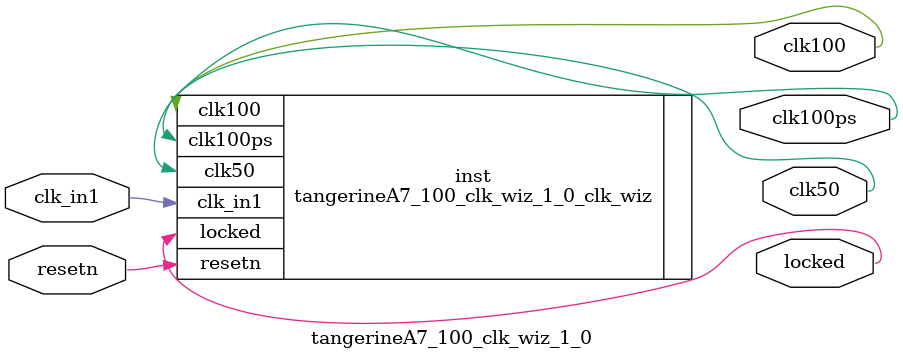
<source format=v>


`timescale 1ps/1ps

(* CORE_GENERATION_INFO = "tangerineA7_100_clk_wiz_1_0,clk_wiz_v6_0_12_0_0,{component_name=tangerineA7_100_clk_wiz_1_0,use_phase_alignment=true,use_min_o_jitter=false,use_max_i_jitter=false,use_dyn_phase_shift=false,use_inclk_switchover=false,use_dyn_reconfig=false,enable_axi=0,feedback_source=FDBK_AUTO,PRIMITIVE=MMCM,num_out_clk=3,clkin1_period=20.000,clkin2_period=10.0,use_power_down=false,use_reset=true,use_locked=true,use_inclk_stopped=false,feedback_type=SINGLE,CLOCK_MGR_TYPE=NA,manual_override=false}" *)

module tangerineA7_100_clk_wiz_1_0 
 (
  // Clock out ports
  output        clk100,
  output        clk100ps,
  output        clk50,
  // Status and control signals
  input         resetn,
  output        locked,
 // Clock in ports
  input         clk_in1
 );

  tangerineA7_100_clk_wiz_1_0_clk_wiz inst
  (
  // Clock out ports  
  .clk100(clk100),
  .clk100ps(clk100ps),
  .clk50(clk50),
  // Status and control signals               
  .resetn(resetn), 
  .locked(locked),
 // Clock in ports
  .clk_in1(clk_in1)
  );

endmodule

</source>
